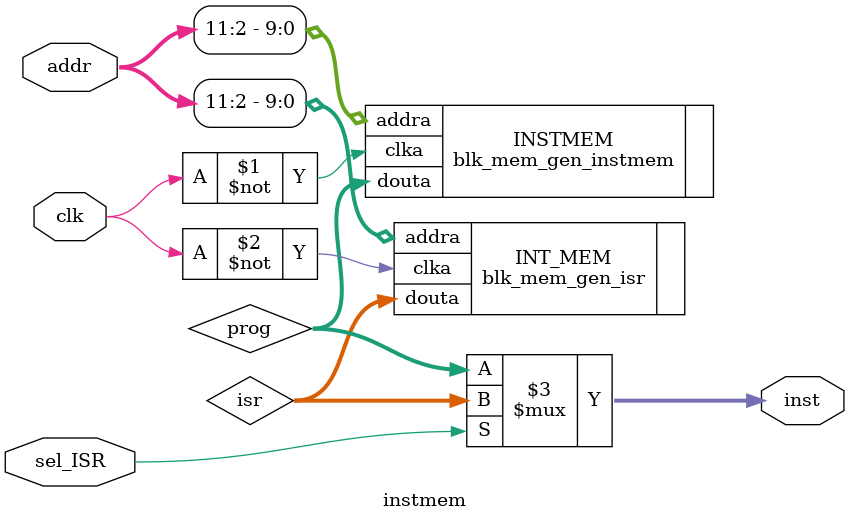
<source format=v>
`timescale 1ns / 1ps

module instmem(
	input clk,
	input sel_ISR,

	input [11:0] addr, 
	output [31:0] inst
);
	
	wire [31:0] prog;
	wire [31:0] isr;

	// Instmem that uses BLOCKMEM from Vivado IP Catalog
	// Generate as DUAL port ROM
	// Synchronous read
	blk_mem_gen_instmem INSTMEM(
		.clka(~clk),
		.addra(addr[11:2]),
		.douta(prog)
	);

	blk_mem_gen_isr INT_MEM(
		.clka(~clk),
		.addra(addr[11:2]),
		.douta(isr)
	);

	assign inst = sel_ISR? isr : prog;

	// For this part:
	// Instmem that was coded s.t. Vivado generates an RTL_ROM
	// Asynchronous read
	/*reg [31:0] memory [0:1023];
	/*reg [31:0] memory [0:511];
	initial begin
		$readmemh("instmem.mem", memory);
		$readmemh("interrupt.mem", int_mem);
	end

	assign inst = sel_ISR? int_mem[addr[11:2]] :  memory[addr[11:2]];*/

endmodule
</source>
